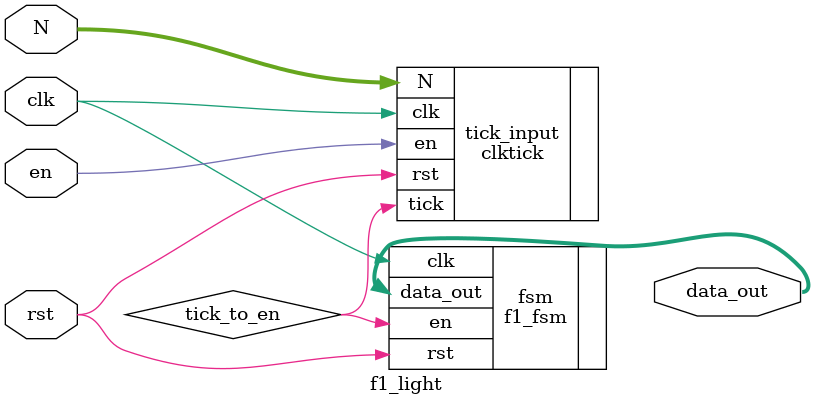
<source format=sv>
module f1_light#(
    parameter WIDTH = 16
)(
  input  logic             clk,  
  input  logic             rst,    
  input  logic             en,     
  input  logic [WIDTH-1:0] N,  
  output logic [7:0]       data_out
);

logic tick_to_en;

f1_fsm fsm (
    .rst(rst), .en(tick_to_en), .clk(clk), .data_out(data_out)
);

clktick #(.WIDTH(WIDTH))  tick_input(
    .N(N), .en(en), .rst(rst), .clk(clk), .tick(tick_to_en)
);

endmodule

</source>
